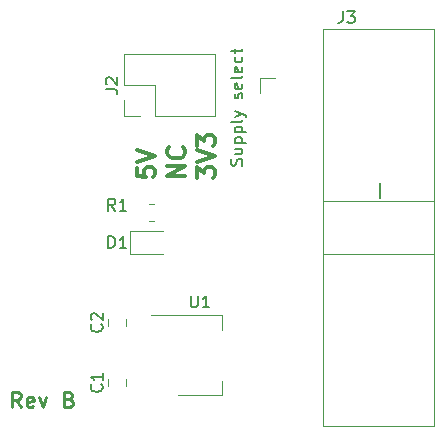
<source format=gbr>
G04 #@! TF.GenerationSoftware,KiCad,Pcbnew,(6.0.8)*
G04 #@! TF.CreationDate,2023-03-10T19:02:43+01:00*
G04 #@! TF.ProjectId,Jlink_power_supply,4a6c696e-6b5f-4706-9f77-65725f737570,rev?*
G04 #@! TF.SameCoordinates,Original*
G04 #@! TF.FileFunction,Legend,Top*
G04 #@! TF.FilePolarity,Positive*
%FSLAX46Y46*%
G04 Gerber Fmt 4.6, Leading zero omitted, Abs format (unit mm)*
G04 Created by KiCad (PCBNEW (6.0.8)) date 2023-03-10 19:02:43*
%MOMM*%
%LPD*%
G01*
G04 APERTURE LIST*
%ADD10C,0.200000*%
%ADD11C,0.300000*%
%ADD12C,0.250000*%
%ADD13C,0.150000*%
%ADD14C,0.120000*%
G04 APERTURE END LIST*
D10*
X146050000Y-104140000D02*
X146050000Y-105410000D01*
D11*
X130623571Y-103730714D02*
X130623571Y-102802142D01*
X131195000Y-103302142D01*
X131195000Y-103087857D01*
X131266428Y-102945000D01*
X131337857Y-102873571D01*
X131480714Y-102802142D01*
X131837857Y-102802142D01*
X131980714Y-102873571D01*
X132052142Y-102945000D01*
X132123571Y-103087857D01*
X132123571Y-103516428D01*
X132052142Y-103659285D01*
X131980714Y-103730714D01*
X130623571Y-102373571D02*
X132123571Y-101873571D01*
X130623571Y-101373571D01*
X130623571Y-101016428D02*
X130623571Y-100087857D01*
X131195000Y-100587857D01*
X131195000Y-100373571D01*
X131266428Y-100230714D01*
X131337857Y-100159285D01*
X131480714Y-100087857D01*
X131837857Y-100087857D01*
X131980714Y-100159285D01*
X132052142Y-100230714D01*
X132123571Y-100373571D01*
X132123571Y-100802142D01*
X132052142Y-100945000D01*
X131980714Y-101016428D01*
X125543571Y-102873571D02*
X125543571Y-103587857D01*
X126257857Y-103659285D01*
X126186428Y-103587857D01*
X126115000Y-103445000D01*
X126115000Y-103087857D01*
X126186428Y-102945000D01*
X126257857Y-102873571D01*
X126400714Y-102802142D01*
X126757857Y-102802142D01*
X126900714Y-102873571D01*
X126972142Y-102945000D01*
X127043571Y-103087857D01*
X127043571Y-103445000D01*
X126972142Y-103587857D01*
X126900714Y-103659285D01*
X125543571Y-102373571D02*
X127043571Y-101873571D01*
X125543571Y-101373571D01*
X129583571Y-103587857D02*
X128083571Y-103587857D01*
X129583571Y-102730714D01*
X128083571Y-102730714D01*
X129440714Y-101159285D02*
X129512142Y-101230714D01*
X129583571Y-101445000D01*
X129583571Y-101587857D01*
X129512142Y-101802142D01*
X129369285Y-101945000D01*
X129226428Y-102016428D01*
X128940714Y-102087857D01*
X128726428Y-102087857D01*
X128440714Y-102016428D01*
X128297857Y-101945000D01*
X128155000Y-101802142D01*
X128083571Y-101587857D01*
X128083571Y-101445000D01*
X128155000Y-101230714D01*
X128226428Y-101159285D01*
D12*
X115679761Y-123143095D02*
X115246428Y-122524047D01*
X114936904Y-123143095D02*
X114936904Y-121843095D01*
X115432142Y-121843095D01*
X115555952Y-121905000D01*
X115617857Y-121966904D01*
X115679761Y-122090714D01*
X115679761Y-122276428D01*
X115617857Y-122400238D01*
X115555952Y-122462142D01*
X115432142Y-122524047D01*
X114936904Y-122524047D01*
X116732142Y-123081190D02*
X116608333Y-123143095D01*
X116360714Y-123143095D01*
X116236904Y-123081190D01*
X116175000Y-122957380D01*
X116175000Y-122462142D01*
X116236904Y-122338333D01*
X116360714Y-122276428D01*
X116608333Y-122276428D01*
X116732142Y-122338333D01*
X116794047Y-122462142D01*
X116794047Y-122585952D01*
X116175000Y-122709761D01*
X117227380Y-122276428D02*
X117536904Y-123143095D01*
X117846428Y-122276428D01*
X119765476Y-122462142D02*
X119951190Y-122524047D01*
X120013095Y-122585952D01*
X120075000Y-122709761D01*
X120075000Y-122895476D01*
X120013095Y-123019285D01*
X119951190Y-123081190D01*
X119827380Y-123143095D01*
X119332142Y-123143095D01*
X119332142Y-121843095D01*
X119765476Y-121843095D01*
X119889285Y-121905000D01*
X119951190Y-121966904D01*
X120013095Y-122090714D01*
X120013095Y-122214523D01*
X119951190Y-122338333D01*
X119889285Y-122400238D01*
X119765476Y-122462142D01*
X119332142Y-122462142D01*
D13*
X130073095Y-113697380D02*
X130073095Y-114506904D01*
X130120714Y-114602142D01*
X130168333Y-114649761D01*
X130263571Y-114697380D01*
X130454047Y-114697380D01*
X130549285Y-114649761D01*
X130596904Y-114602142D01*
X130644523Y-114506904D01*
X130644523Y-113697380D01*
X131644523Y-114697380D02*
X131073095Y-114697380D01*
X131358809Y-114697380D02*
X131358809Y-113697380D01*
X131263571Y-113840238D01*
X131168333Y-113935476D01*
X131073095Y-113983095D01*
X142931666Y-89622380D02*
X142931666Y-90336666D01*
X142884047Y-90479523D01*
X142788809Y-90574761D01*
X142645952Y-90622380D01*
X142550714Y-90622380D01*
X143312619Y-89622380D02*
X143931666Y-89622380D01*
X143598333Y-90003333D01*
X143741190Y-90003333D01*
X143836428Y-90050952D01*
X143884047Y-90098571D01*
X143931666Y-90193809D01*
X143931666Y-90431904D01*
X143884047Y-90527142D01*
X143836428Y-90574761D01*
X143741190Y-90622380D01*
X143455476Y-90622380D01*
X143360238Y-90574761D01*
X143312619Y-90527142D01*
X122852380Y-96218333D02*
X123566666Y-96218333D01*
X123709523Y-96265952D01*
X123804761Y-96361190D01*
X123852380Y-96504047D01*
X123852380Y-96599285D01*
X122947619Y-95789761D02*
X122900000Y-95742142D01*
X122852380Y-95646904D01*
X122852380Y-95408809D01*
X122900000Y-95313571D01*
X122947619Y-95265952D01*
X123042857Y-95218333D01*
X123138095Y-95218333D01*
X123280952Y-95265952D01*
X123852380Y-95837380D01*
X123852380Y-95218333D01*
X134389761Y-102694761D02*
X134437380Y-102551904D01*
X134437380Y-102313809D01*
X134389761Y-102218571D01*
X134342142Y-102170952D01*
X134246904Y-102123333D01*
X134151666Y-102123333D01*
X134056428Y-102170952D01*
X134008809Y-102218571D01*
X133961190Y-102313809D01*
X133913571Y-102504285D01*
X133865952Y-102599523D01*
X133818333Y-102647142D01*
X133723095Y-102694761D01*
X133627857Y-102694761D01*
X133532619Y-102647142D01*
X133485000Y-102599523D01*
X133437380Y-102504285D01*
X133437380Y-102266190D01*
X133485000Y-102123333D01*
X133770714Y-101266190D02*
X134437380Y-101266190D01*
X133770714Y-101694761D02*
X134294523Y-101694761D01*
X134389761Y-101647142D01*
X134437380Y-101551904D01*
X134437380Y-101409047D01*
X134389761Y-101313809D01*
X134342142Y-101266190D01*
X133770714Y-100790000D02*
X134770714Y-100790000D01*
X133818333Y-100790000D02*
X133770714Y-100694761D01*
X133770714Y-100504285D01*
X133818333Y-100409047D01*
X133865952Y-100361428D01*
X133961190Y-100313809D01*
X134246904Y-100313809D01*
X134342142Y-100361428D01*
X134389761Y-100409047D01*
X134437380Y-100504285D01*
X134437380Y-100694761D01*
X134389761Y-100790000D01*
X133770714Y-99885238D02*
X134770714Y-99885238D01*
X133818333Y-99885238D02*
X133770714Y-99790000D01*
X133770714Y-99599523D01*
X133818333Y-99504285D01*
X133865952Y-99456666D01*
X133961190Y-99409047D01*
X134246904Y-99409047D01*
X134342142Y-99456666D01*
X134389761Y-99504285D01*
X134437380Y-99599523D01*
X134437380Y-99790000D01*
X134389761Y-99885238D01*
X134437380Y-98837619D02*
X134389761Y-98932857D01*
X134294523Y-98980476D01*
X133437380Y-98980476D01*
X133770714Y-98551904D02*
X134437380Y-98313809D01*
X133770714Y-98075714D02*
X134437380Y-98313809D01*
X134675476Y-98409047D01*
X134723095Y-98456666D01*
X134770714Y-98551904D01*
X134389761Y-96980476D02*
X134437380Y-96885238D01*
X134437380Y-96694761D01*
X134389761Y-96599523D01*
X134294523Y-96551904D01*
X134246904Y-96551904D01*
X134151666Y-96599523D01*
X134104047Y-96694761D01*
X134104047Y-96837619D01*
X134056428Y-96932857D01*
X133961190Y-96980476D01*
X133913571Y-96980476D01*
X133818333Y-96932857D01*
X133770714Y-96837619D01*
X133770714Y-96694761D01*
X133818333Y-96599523D01*
X134389761Y-95742380D02*
X134437380Y-95837619D01*
X134437380Y-96028095D01*
X134389761Y-96123333D01*
X134294523Y-96170952D01*
X133913571Y-96170952D01*
X133818333Y-96123333D01*
X133770714Y-96028095D01*
X133770714Y-95837619D01*
X133818333Y-95742380D01*
X133913571Y-95694761D01*
X134008809Y-95694761D01*
X134104047Y-96170952D01*
X134437380Y-95123333D02*
X134389761Y-95218571D01*
X134294523Y-95266190D01*
X133437380Y-95266190D01*
X134389761Y-94361428D02*
X134437380Y-94456666D01*
X134437380Y-94647142D01*
X134389761Y-94742380D01*
X134294523Y-94790000D01*
X133913571Y-94790000D01*
X133818333Y-94742380D01*
X133770714Y-94647142D01*
X133770714Y-94456666D01*
X133818333Y-94361428D01*
X133913571Y-94313809D01*
X134008809Y-94313809D01*
X134104047Y-94790000D01*
X134389761Y-93456666D02*
X134437380Y-93551904D01*
X134437380Y-93742380D01*
X134389761Y-93837619D01*
X134342142Y-93885238D01*
X134246904Y-93932857D01*
X133961190Y-93932857D01*
X133865952Y-93885238D01*
X133818333Y-93837619D01*
X133770714Y-93742380D01*
X133770714Y-93551904D01*
X133818333Y-93456666D01*
X133770714Y-93170952D02*
X133770714Y-92790000D01*
X133437380Y-93028095D02*
X134294523Y-93028095D01*
X134389761Y-92980476D01*
X134437380Y-92885238D01*
X134437380Y-92790000D01*
X122502142Y-116139166D02*
X122549761Y-116186785D01*
X122597380Y-116329642D01*
X122597380Y-116424880D01*
X122549761Y-116567738D01*
X122454523Y-116662976D01*
X122359285Y-116710595D01*
X122168809Y-116758214D01*
X122025952Y-116758214D01*
X121835476Y-116710595D01*
X121740238Y-116662976D01*
X121645000Y-116567738D01*
X121597380Y-116424880D01*
X121597380Y-116329642D01*
X121645000Y-116186785D01*
X121692619Y-116139166D01*
X121692619Y-115758214D02*
X121645000Y-115710595D01*
X121597380Y-115615357D01*
X121597380Y-115377261D01*
X121645000Y-115282023D01*
X121692619Y-115234404D01*
X121787857Y-115186785D01*
X121883095Y-115186785D01*
X122025952Y-115234404D01*
X122597380Y-115805833D01*
X122597380Y-115186785D01*
X122502142Y-121219166D02*
X122549761Y-121266785D01*
X122597380Y-121409642D01*
X122597380Y-121504880D01*
X122549761Y-121647738D01*
X122454523Y-121742976D01*
X122359285Y-121790595D01*
X122168809Y-121838214D01*
X122025952Y-121838214D01*
X121835476Y-121790595D01*
X121740238Y-121742976D01*
X121645000Y-121647738D01*
X121597380Y-121504880D01*
X121597380Y-121409642D01*
X121645000Y-121266785D01*
X121692619Y-121219166D01*
X122597380Y-120266785D02*
X122597380Y-120838214D01*
X122597380Y-120552500D02*
X121597380Y-120552500D01*
X121740238Y-120647738D01*
X121835476Y-120742976D01*
X121883095Y-120838214D01*
X123086904Y-109672380D02*
X123086904Y-108672380D01*
X123325000Y-108672380D01*
X123467857Y-108720000D01*
X123563095Y-108815238D01*
X123610714Y-108910476D01*
X123658333Y-109100952D01*
X123658333Y-109243809D01*
X123610714Y-109434285D01*
X123563095Y-109529523D01*
X123467857Y-109624761D01*
X123325000Y-109672380D01*
X123086904Y-109672380D01*
X124610714Y-109672380D02*
X124039285Y-109672380D01*
X124325000Y-109672380D02*
X124325000Y-108672380D01*
X124229761Y-108815238D01*
X124134523Y-108910476D01*
X124039285Y-108958095D01*
X123658333Y-106497380D02*
X123325000Y-106021190D01*
X123086904Y-106497380D02*
X123086904Y-105497380D01*
X123467857Y-105497380D01*
X123563095Y-105545000D01*
X123610714Y-105592619D01*
X123658333Y-105687857D01*
X123658333Y-105830714D01*
X123610714Y-105925952D01*
X123563095Y-105973571D01*
X123467857Y-106021190D01*
X123086904Y-106021190D01*
X124610714Y-106497380D02*
X124039285Y-106497380D01*
X124325000Y-106497380D02*
X124325000Y-105497380D01*
X124229761Y-105640238D01*
X124134523Y-105735476D01*
X124039285Y-105783095D01*
D14*
X126735000Y-115335000D02*
X132745000Y-115335000D01*
X128985000Y-122155000D02*
X132745000Y-122155000D01*
X132745000Y-122155000D02*
X132745000Y-120895000D01*
X132745000Y-115335000D02*
X132745000Y-116595000D01*
X137160000Y-95250000D02*
X135890000Y-95250000D01*
X141290000Y-124730000D02*
X141290000Y-91170000D01*
X135890000Y-95250000D02*
X135890000Y-96520000D01*
X141290000Y-105700000D02*
X150640000Y-105700000D01*
X141290000Y-110200000D02*
X150640000Y-110200000D01*
X150640000Y-91170000D02*
X150640000Y-124730000D01*
X141290000Y-91170000D02*
X150640000Y-91170000D01*
X141290000Y-124730000D02*
X150640000Y-124730000D01*
X125730000Y-98485000D02*
X124400000Y-98485000D01*
X124400000Y-93285000D02*
X132140000Y-93285000D01*
X124400000Y-98485000D02*
X124400000Y-97155000D01*
X124400000Y-95885000D02*
X124400000Y-93285000D01*
X127000000Y-95885000D02*
X124400000Y-95885000D01*
X127000000Y-98485000D02*
X132140000Y-98485000D01*
X127000000Y-98485000D02*
X127000000Y-95885000D01*
X132140000Y-98485000D02*
X132140000Y-93285000D01*
X124560000Y-116233752D02*
X124560000Y-115711248D01*
X123090000Y-116233752D02*
X123090000Y-115711248D01*
X123090000Y-121313752D02*
X123090000Y-120791248D01*
X124560000Y-121313752D02*
X124560000Y-120791248D01*
X127755000Y-108260000D02*
X124895000Y-108260000D01*
X124895000Y-110180000D02*
X127755000Y-110180000D01*
X124895000Y-108260000D02*
X124895000Y-110180000D01*
X126957064Y-105945000D02*
X126502936Y-105945000D01*
X126957064Y-107415000D02*
X126502936Y-107415000D01*
M02*

</source>
